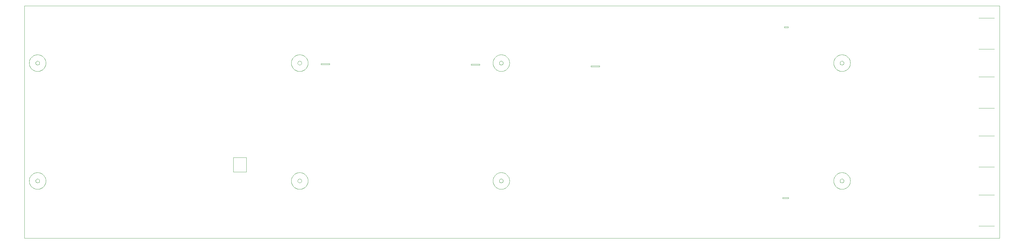
<source format=gts>
*%FSLAX23Y23*%
*%MOIN*%
G01*
D11*
X4162Y5737D02*
X15879D01*
Y8532D02*
X4162D01*
Y5737D01*
X15879D02*
Y8532D01*
D30*
X12320Y8107D02*
D03*
Y8138D02*
D03*
Y8264D02*
D03*
Y8296D02*
D03*
Y8327D02*
D03*
X12351Y8075D02*
D03*
Y8107D02*
D03*
Y8138D02*
D03*
Y8264D02*
D03*
Y8296D02*
D03*
X12383Y8107D02*
D03*
Y8138D02*
D03*
Y8264D02*
D03*
Y8296D02*
D03*
Y8327D02*
D03*
X12414Y8075D02*
D03*
Y8107D02*
D03*
Y8138D02*
D03*
Y8264D02*
D03*
Y8296D02*
D03*
X12446Y8107D02*
D03*
Y8138D02*
D03*
Y8264D02*
D03*
Y8296D02*
D03*
Y8327D02*
D03*
X12477Y8075D02*
D03*
Y8107D02*
D03*
Y8138D02*
D03*
Y8264D02*
D03*
Y8296D02*
D03*
X12509Y8075D02*
D03*
Y8107D02*
D03*
Y8138D02*
D03*
Y8264D02*
D03*
Y8296D02*
D03*
Y8327D02*
D03*
X12540Y8075D02*
D03*
Y8107D02*
D03*
Y8138D02*
D03*
Y8264D02*
D03*
Y8296D02*
D03*
Y8327D02*
D03*
X12572Y8075D02*
D03*
Y8107D02*
D03*
Y8138D02*
D03*
Y8264D02*
D03*
Y8296D02*
D03*
Y8327D02*
D03*
X12603Y8075D02*
D03*
Y8107D02*
D03*
Y8138D02*
D03*
Y8264D02*
D03*
Y8296D02*
D03*
Y8327D02*
D03*
X12635Y8075D02*
D03*
Y8107D02*
D03*
Y8138D02*
D03*
Y8264D02*
D03*
Y8296D02*
D03*
Y8327D02*
D03*
X12666Y8075D02*
D03*
Y8107D02*
D03*
Y8138D02*
D03*
Y8264D02*
D03*
Y8296D02*
D03*
Y8327D02*
D03*
X12698Y8075D02*
D03*
Y8107D02*
D03*
Y8138D02*
D03*
Y8264D02*
D03*
Y8296D02*
D03*
Y8327D02*
D03*
X12729Y8075D02*
D03*
Y8107D02*
D03*
Y8138D02*
D03*
Y8264D02*
D03*
Y8296D02*
D03*
Y8327D02*
D03*
X12761Y8138D02*
D03*
Y8107D02*
D03*
Y8075D02*
D03*
Y8264D02*
D03*
Y8296D02*
D03*
Y8327D02*
D03*
D34*
X15711Y8018D02*
D03*
Y8378D02*
D03*
X15731Y8298D02*
D03*
Y8098D02*
D03*
X15711Y7308D02*
D03*
Y7668D02*
D03*
X15731Y7588D02*
D03*
Y7388D02*
D03*
Y6880D02*
D03*
X15711Y6960D02*
D03*
X15811Y8018D02*
D03*
Y8378D02*
D03*
Y8298D02*
D03*
Y8098D02*
D03*
Y7308D02*
D03*
Y7668D02*
D03*
Y7588D02*
D03*
Y7388D02*
D03*
Y6880D02*
D03*
Y6960D02*
D03*
X15651Y8298D02*
D03*
Y8098D02*
D03*
Y7588D02*
D03*
Y7388D02*
D03*
Y6880D02*
D03*
X15731Y6680D02*
D03*
X15711Y6600D02*
D03*
X15731Y5971D02*
D03*
Y6171D02*
D03*
X15711Y6251D02*
D03*
Y5891D02*
D03*
X15811Y6680D02*
D03*
Y6600D02*
D03*
Y5971D02*
D03*
Y6171D02*
D03*
Y6251D02*
D03*
Y5891D02*
D03*
X15651Y6680D02*
D03*
Y5971D02*
D03*
Y6171D02*
D03*
X15501Y8103D02*
D03*
Y8308D02*
D03*
Y7393D02*
D03*
Y7598D02*
D03*
Y6890D02*
D03*
X15571Y8298D02*
D03*
X15611Y8018D02*
D03*
Y8378D02*
D03*
X15571Y8098D02*
D03*
Y7588D02*
D03*
X15611Y7308D02*
D03*
Y7668D02*
D03*
X15571Y7388D02*
D03*
X15611Y6960D02*
D03*
X15571Y6880D02*
D03*
X15436Y8118D02*
D03*
X15446Y8333D02*
D03*
X15436Y7408D02*
D03*
X15446Y7623D02*
D03*
Y6915D02*
D03*
X15501Y6685D02*
D03*
Y6181D02*
D03*
Y5976D02*
D03*
X15571Y6680D02*
D03*
X15611Y6600D02*
D03*
X15571Y5971D02*
D03*
X15611Y6251D02*
D03*
Y5891D02*
D03*
X15571Y6171D02*
D03*
X15436Y6700D02*
D03*
X15446Y6206D02*
D03*
X15436Y5991D02*
D03*
X15336Y8458D02*
D03*
Y7040D02*
D03*
Y7748D02*
D03*
X15321Y8168D02*
D03*
Y8373D02*
D03*
Y7458D02*
D03*
Y7663D02*
D03*
Y6955D02*
D03*
X15376Y8143D02*
D03*
X15386Y8358D02*
D03*
X15376Y7433D02*
D03*
X15386Y7648D02*
D03*
Y6940D02*
D03*
X15251Y8178D02*
D03*
Y8053D02*
D03*
Y7983D02*
D03*
Y7918D02*
D03*
Y8118D02*
D03*
Y8378D02*
D03*
Y7468D02*
D03*
Y7343D02*
D03*
Y7273D02*
D03*
Y7208D02*
D03*
Y7408D02*
D03*
Y7668D02*
D03*
Y6960D02*
D03*
X15336Y6331D02*
D03*
X15321Y6750D02*
D03*
Y6246D02*
D03*
Y6041D02*
D03*
X15376Y6725D02*
D03*
X15386Y6231D02*
D03*
X15376Y6016D02*
D03*
X15251Y6700D02*
D03*
Y6500D02*
D03*
Y6565D02*
D03*
Y6635D02*
D03*
Y6760D02*
D03*
Y6251D02*
D03*
Y5991D02*
D03*
Y5791D02*
D03*
Y5856D02*
D03*
Y5926D02*
D03*
Y6051D02*
D03*
X15121Y8378D02*
D03*
Y8178D02*
D03*
Y8118D02*
D03*
Y7918D02*
D03*
Y7668D02*
D03*
Y7468D02*
D03*
Y7408D02*
D03*
Y7208D02*
D03*
Y6960D02*
D03*
X15186Y8178D02*
D03*
Y8118D02*
D03*
Y7918D02*
D03*
Y7468D02*
D03*
Y7408D02*
D03*
Y7208D02*
D03*
X15061Y6960D02*
D03*
X15061Y8378D02*
D03*
Y8178D02*
D03*
Y8118D02*
D03*
Y7918D02*
D03*
Y7668D02*
D03*
Y7468D02*
D03*
Y7408D02*
D03*
Y7208D02*
D03*
X15121Y6500D02*
D03*
Y6700D02*
D03*
Y6760D02*
D03*
Y5791D02*
D03*
Y5991D02*
D03*
Y6051D02*
D03*
Y6251D02*
D03*
X15186Y6500D02*
D03*
Y6700D02*
D03*
Y6760D02*
D03*
Y5791D02*
D03*
Y5991D02*
D03*
Y6051D02*
D03*
X15061Y6500D02*
D03*
Y6700D02*
D03*
Y6760D02*
D03*
Y5791D02*
D03*
Y5991D02*
D03*
Y6051D02*
D03*
Y6251D02*
D03*
X14946Y8448D02*
D03*
X15026Y8423D02*
D03*
X14901Y8448D02*
D03*
X15016Y8483D02*
D03*
X14946Y7030D02*
D03*
Y7738D02*
D03*
X15016Y7773D02*
D03*
X15026Y7713D02*
D03*
X14931Y8148D02*
D03*
Y7438D02*
D03*
X14901Y7738D02*
D03*
Y7030D02*
D03*
X15001Y8178D02*
D03*
Y8378D02*
D03*
Y7918D02*
D03*
Y8118D02*
D03*
Y7668D02*
D03*
Y7208D02*
D03*
Y7408D02*
D03*
X15016Y7065D02*
D03*
X15001Y6960D02*
D03*
X15026Y7005D02*
D03*
X15001Y7468D02*
D03*
X14946Y6321D02*
D03*
X15026Y6296D02*
D03*
X14931Y6730D02*
D03*
X14901Y6321D02*
D03*
X14931Y6021D02*
D03*
X15001Y6700D02*
D03*
Y6500D02*
D03*
Y6760D02*
D03*
X15016Y6356D02*
D03*
X15001Y5991D02*
D03*
Y5791D02*
D03*
Y6251D02*
D03*
Y6051D02*
D03*
X14736Y8073D02*
D03*
Y7363D02*
D03*
X14686Y8023D02*
D03*
Y8333D02*
D03*
Y7313D02*
D03*
Y7623D02*
D03*
Y6915D02*
D03*
X14736Y6655D02*
D03*
Y5946D02*
D03*
X14686Y6605D02*
D03*
Y6206D02*
D03*
Y5896D02*
D03*
X14606Y8063D02*
D03*
X14606Y8173D02*
D03*
Y8123D02*
D03*
Y7463D02*
D03*
Y7413D02*
D03*
X14496Y8203D02*
D03*
Y8093D02*
D03*
X14496Y7493D02*
D03*
Y7383D02*
D03*
X14606Y7353D02*
D03*
X14493Y8017D02*
D03*
Y8057D02*
D03*
Y7977D02*
D03*
Y7937D02*
D03*
Y7897D02*
D03*
Y7857D02*
D03*
Y7817D02*
D03*
Y7547D02*
D03*
Y7307D02*
D03*
Y7267D02*
D03*
Y7227D02*
D03*
Y7187D02*
D03*
Y7147D02*
D03*
Y7107D02*
D03*
X14496Y8253D02*
D03*
X14464Y7002D02*
D03*
Y7705D02*
D03*
X14606Y6705D02*
D03*
Y6755D02*
D03*
Y5996D02*
D03*
Y6046D02*
D03*
X14496Y6785D02*
D03*
Y6675D02*
D03*
X14496Y5966D02*
D03*
Y6076D02*
D03*
X14606Y6645D02*
D03*
Y5936D02*
D03*
X14493Y6827D02*
D03*
Y6587D02*
D03*
Y6547D02*
D03*
Y6507D02*
D03*
Y6467D02*
D03*
Y6427D02*
D03*
Y6387D02*
D03*
Y6277D02*
D03*
Y6127D02*
D03*
Y5927D02*
D03*
Y5887D02*
D03*
Y5847D02*
D03*
Y5807D02*
D03*
Y5767D02*
D03*
X14464Y6295D02*
D03*
X14446Y8333D02*
D03*
Y7623D02*
D03*
Y6915D02*
D03*
X14451Y8203D02*
D03*
Y8093D02*
D03*
X14451Y7493D02*
D03*
Y7383D02*
D03*
X14341Y7943D02*
D03*
Y7998D02*
D03*
Y7833D02*
D03*
Y7888D02*
D03*
X14306Y8156D02*
D03*
X14352Y8185D02*
D03*
X14341Y7778D02*
D03*
X14335Y7715D02*
D03*
X14320Y7655D02*
D03*
X14388Y7377D02*
D03*
X14342Y7480D02*
D03*
X14331Y7359D02*
D03*
X14398Y8084D02*
D03*
X14399Y8199D02*
D03*
X14397Y7492D02*
D03*
X14293Y7599D02*
D03*
X14281Y7328D02*
D03*
X14288Y7461D02*
D03*
X14360Y8055D02*
D03*
X14265Y8111D02*
D03*
X14256Y7547D02*
D03*
X14446Y6206D02*
D03*
X14451Y6785D02*
D03*
Y6675D02*
D03*
X14451Y5966D02*
D03*
Y6076D02*
D03*
X14330Y6809D02*
D03*
X14341Y6688D02*
D03*
X14306Y6013D02*
D03*
X14341Y6171D02*
D03*
X14360Y6114D02*
D03*
X14352Y5984D02*
D03*
X14341Y6391D02*
D03*
Y6331D02*
D03*
Y6281D02*
D03*
Y6226D02*
D03*
X14335Y6454D02*
D03*
X14320Y6514D02*
D03*
X14387Y6791D02*
D03*
X14396Y6676D02*
D03*
X14398Y6085D02*
D03*
X14399Y5970D02*
D03*
X14287Y6707D02*
D03*
X14280Y6840D02*
D03*
X14293Y6570D02*
D03*
X14265Y6058D02*
D03*
X14256Y6622D02*
D03*
X14231Y7778D02*
D03*
X14223Y7714D02*
D03*
X14198Y7655D02*
D03*
X14158Y7604D02*
D03*
X14099Y8119D02*
D03*
X14110Y6860D02*
D03*
X14153Y6964D02*
D03*
X14106Y7564D02*
D03*
X14109Y7445D02*
D03*
X14164Y7470D02*
D03*
X14191Y7396D02*
D03*
X14154Y7204D02*
D03*
X14111Y7308D02*
D03*
X14239Y6884D02*
D03*
X14200Y6928D02*
D03*
X14231Y7943D02*
D03*
Y7998D02*
D03*
Y7833D02*
D03*
Y7888D02*
D03*
X14239Y8057D02*
D03*
X14213Y7505D02*
D03*
X14240Y7285D02*
D03*
X14238Y7432D02*
D03*
X14201Y7240D02*
D03*
X14103Y6993D02*
D03*
X14104Y7175D02*
D03*
X14152Y7352D02*
D03*
X14060Y6891D02*
D03*
X14061Y7277D02*
D03*
X14151Y6817D02*
D03*
X14106Y6605D02*
D03*
X14109Y6724D02*
D03*
X14164Y6699D02*
D03*
X14158Y6565D02*
D03*
X14190Y6772D02*
D03*
X14237Y6736D02*
D03*
X14231Y6171D02*
D03*
X14239Y6112D02*
D03*
X14231Y6391D02*
D03*
Y6331D02*
D03*
Y6281D02*
D03*
Y6226D02*
D03*
X14213Y6664D02*
D03*
X14223Y6455D02*
D03*
X14198Y6514D02*
D03*
X14010Y8210D02*
D03*
X13991Y7423D02*
D03*
X13931D02*
D03*
X13991Y7533D02*
D03*
X13931D02*
D03*
Y7253D02*
D03*
Y7143D02*
D03*
X13991Y7144D02*
D03*
X13931Y7025D02*
D03*
Y6915D02*
D03*
X13988Y7024D02*
D03*
X13995Y6912D02*
D03*
X14052Y7428D02*
D03*
X14050Y7156D02*
D03*
X13997Y7257D02*
D03*
X14047Y7013D02*
D03*
X14050Y7541D02*
D03*
X13870Y7025D02*
D03*
Y6915D02*
D03*
X13871Y7533D02*
D03*
Y7423D02*
D03*
X13870Y7253D02*
D03*
Y7143D02*
D03*
X13879Y7965D02*
D03*
X13933Y6130D02*
D03*
X13991Y6746D02*
D03*
X13931D02*
D03*
X13991Y6636D02*
D03*
X13931D02*
D03*
X14050Y6628D02*
D03*
X14052Y6741D02*
D03*
X13973Y6131D02*
D03*
X14002Y5987D02*
D03*
X13871Y6636D02*
D03*
Y6746D02*
D03*
X13810Y8209D02*
D03*
X13851Y8061D02*
D03*
X13803Y8063D02*
D03*
X13739Y7691D02*
D03*
X13672Y7888D02*
D03*
X13702Y6030D02*
D03*
X13802Y6015D02*
D03*
X13800Y6295D02*
D03*
X13749Y6155D02*
D03*
X13838Y6542D02*
D03*
X13639Y8133D02*
D03*
X13497Y8168D02*
D03*
X13485Y8373D02*
D03*
Y8239D02*
D03*
Y8306D02*
D03*
X13558Y7762D02*
D03*
X13639Y7798D02*
D03*
X13548Y5790D02*
D03*
Y5857D02*
D03*
Y5924D02*
D03*
X13560Y5995D02*
D03*
X13556Y6066D02*
D03*
Y6136D02*
D03*
Y6211D02*
D03*
Y6282D02*
D03*
X13563Y6423D02*
D03*
X13493Y5770D02*
D03*
X13554Y6347D02*
D03*
X13316Y8136D02*
D03*
X13454Y7861D02*
D03*
X13343Y6018D02*
D03*
X13225Y8034D02*
D03*
X13158Y7869D02*
D03*
X13151Y7786D02*
D03*
X13158Y5814D02*
D03*
X13237Y5904D02*
D03*
X13127Y6286D02*
D03*
X13095D02*
D03*
X13009Y6077D02*
D03*
X12989Y6416D02*
D03*
X12946Y5873D02*
D03*
Y5912D02*
D03*
X13009Y6207D02*
D03*
X13032Y6227D02*
D03*
X13056Y6247D02*
D03*
X13060Y6286D02*
D03*
X12938Y6148D02*
D03*
X12962Y6168D02*
D03*
X12985Y6188D02*
D03*
X12918Y5932D02*
D03*
Y5892D02*
D03*
X12914Y6129D02*
D03*
X12891Y6109D02*
D03*
X12942Y6077D02*
D03*
X13007Y5873D02*
D03*
X12790Y8497D02*
D03*
X12716D02*
D03*
X12780Y7914D02*
D03*
X12780Y7849D02*
D03*
X12847Y5814D02*
D03*
Y5853D02*
D03*
Y5991D02*
D03*
Y6030D02*
D03*
X12824Y5833D02*
D03*
Y5794D02*
D03*
Y6010D02*
D03*
X12710Y6266D02*
D03*
X12826Y5971D02*
D03*
X12871Y6054D02*
D03*
X12678Y8420D02*
D03*
X12664Y8489D02*
D03*
X12603Y8016D02*
D03*
X12631Y7914D02*
D03*
Y7851D02*
D03*
X12497Y7914D02*
D03*
Y7851D02*
D03*
X12662Y6109D02*
D03*
X12682Y6286D02*
D03*
X12643Y5892D02*
D03*
X12662Y6070D02*
D03*
Y6148D02*
D03*
Y6188D02*
D03*
X12686Y6247D02*
D03*
X12662Y6227D02*
D03*
X12666Y6030D02*
D03*
X12643Y6010D02*
D03*
X12619Y5991D02*
D03*
X12595Y5971D02*
D03*
X12572Y5951D02*
D03*
X12548Y5932D02*
D03*
X12619Y5873D02*
D03*
X12595Y5853D02*
D03*
X12572Y5833D02*
D03*
X12548Y5814D02*
D03*
X12690Y6050D02*
D03*
Y6089D02*
D03*
Y6129D02*
D03*
Y6168D02*
D03*
Y6207D02*
D03*
X12525Y5912D02*
D03*
X12521Y5794D02*
D03*
X12361Y8489D02*
D03*
X12412Y7975D02*
D03*
X12477Y8016D02*
D03*
X12363Y7125D02*
D03*
X12324Y7794D02*
D03*
X12403Y6404D02*
D03*
X12332D02*
D03*
X12296Y7955D02*
D03*
X12229Y8408D02*
D03*
X12151Y7125D02*
D03*
X12265Y7794D02*
D03*
X12127Y7144D02*
D03*
X12078Y8473D02*
D03*
X12078Y8408D02*
D03*
Y8333D02*
D03*
X11997Y7396D02*
D03*
X12056Y7333D02*
D03*
X11922Y7172D02*
D03*
X11942Y5904D02*
D03*
X11938Y6321D02*
D03*
X11942Y5987D02*
D03*
X11954Y6140D02*
D03*
X12074Y6097D02*
D03*
X11749Y6853D02*
D03*
X11769Y7038D02*
D03*
X11765Y7073D02*
D03*
X11773Y6999D02*
D03*
X11780Y6959D02*
D03*
X11761Y7355D02*
D03*
Y7288D02*
D03*
Y7319D02*
D03*
X11823Y6109D02*
D03*
X11800Y6790D02*
D03*
X11863Y6117D02*
D03*
X11899Y6384D02*
D03*
X11832Y5849D02*
D03*
Y5947D02*
D03*
X11859Y6156D02*
D03*
X11903Y6093D02*
D03*
X11867Y5932D02*
D03*
X11800Y6321D02*
D03*
X11832Y6833D02*
D03*
X11560Y7314D02*
D03*
X11674Y7345D02*
D03*
X11566Y7465D02*
D03*
X11567Y6983D02*
D03*
X11710Y5896D02*
D03*
X11609Y5901D02*
D03*
X11710Y6010D02*
D03*
X11556Y6798D02*
D03*
X11712Y5814D02*
D03*
X11559Y6219D02*
D03*
X11584Y6687D02*
D03*
X11591Y6718D02*
D03*
X11521Y6845D02*
D03*
Y6719D02*
D03*
X11609Y5952D02*
D03*
X11509Y6688D02*
D03*
X11442Y6904D02*
D03*
Y7396D02*
D03*
X11332Y7755D02*
D03*
X11485Y5987D02*
D03*
X11261Y7755D02*
D03*
X11261Y7951D02*
D03*
X11162Y6908D02*
D03*
Y7384D02*
D03*
X11214Y7251D02*
D03*
X11237Y7353D02*
D03*
Y7278D02*
D03*
X11265Y7247D02*
D03*
X11237Y6896D02*
D03*
X11162Y7302D02*
D03*
X11308Y7467D02*
D03*
Y6983D02*
D03*
X11135Y7384D02*
D03*
Y6908D02*
D03*
X11214Y6774D02*
D03*
X11162Y6821D02*
D03*
X11237Y6798D02*
D03*
X11265Y6774D02*
D03*
X10962Y8085D02*
D03*
X11110Y8044D02*
D03*
X11123Y7251D02*
D03*
X11029Y7321D02*
D03*
X11111Y7042D02*
D03*
X11111Y7519D02*
D03*
X10996Y7219D02*
D03*
X11032Y6865D02*
D03*
X11119Y7101D02*
D03*
X11111Y7566D02*
D03*
X11056Y6067D02*
D03*
X11048Y6188D02*
D03*
X10996Y6761D02*
D03*
X11123Y6774D02*
D03*
X11083Y6219D02*
D03*
X10944Y5833D02*
D03*
X10934Y5901D02*
D03*
X10808Y7066D02*
D03*
X10800Y6991D02*
D03*
X10804Y6928D02*
D03*
X10769Y7290D02*
D03*
Y6833D02*
D03*
X10229Y7105D02*
D03*
X10190Y6963D02*
D03*
X10151D02*
D03*
X10165Y5942D02*
D03*
X10032Y6963D02*
D03*
X9993D02*
D03*
X10111Y6963D02*
D03*
X10072Y6963D02*
D03*
X9954Y7105D02*
D03*
X9836Y6963D02*
D03*
X9796D02*
D03*
X9914D02*
D03*
X9875D02*
D03*
X9757Y6963D02*
D03*
X9651Y8174D02*
D03*
X9580Y7966D02*
D03*
X9678Y7105D02*
D03*
X9639Y6963D02*
D03*
X9599Y6963D02*
D03*
X9717Y6963D02*
D03*
X9560D02*
D03*
X9560Y6286D02*
D03*
X9674Y6570D02*
D03*
X9717Y6278D02*
D03*
Y6215D02*
D03*
X9717Y6247D02*
D03*
X9717Y6341D02*
D03*
X9674Y6644D02*
D03*
X9717Y6381D02*
D03*
X9717Y6310D02*
D03*
X9563Y6212D02*
D03*
Y6180D02*
D03*
Y6243D02*
D03*
X9509Y8174D02*
D03*
X9403Y7105D02*
D03*
X9481Y6963D02*
D03*
X9442D02*
D03*
X9521D02*
D03*
X9414Y6391D02*
D03*
X9544Y6081D02*
D03*
X9511D02*
D03*
X9481D02*
D03*
X9447D02*
D03*
X9417D02*
D03*
X9446Y6191D02*
D03*
X9478Y6413D02*
D03*
X9383Y6414D02*
D03*
X9385Y6081D02*
D03*
X9369Y6702D02*
D03*
X9206Y7105D02*
D03*
X9284Y6963D02*
D03*
X9245D02*
D03*
X9324D02*
D03*
X9363Y6963D02*
D03*
X9221Y6272D02*
D03*
X9222Y6177D02*
D03*
X9221Y6336D02*
D03*
X9311Y6366D02*
D03*
X9336Y6182D02*
D03*
X9323Y6071D02*
D03*
X9268Y6095D02*
D03*
X9088Y7105D02*
D03*
X9127Y6975D02*
D03*
X9166D02*
D03*
X9162Y6236D02*
D03*
X8949Y5948D02*
D03*
X8143Y6066D02*
D03*
X7849Y8183D02*
D03*
X7778Y7977D02*
D03*
X7687Y8183D02*
D03*
X6445Y6323D02*
D03*
X6270Y6793D02*
D03*
X6362Y6671D02*
D03*
X6210Y6262D02*
D03*
X5561Y7916D02*
D03*
X5321Y7415D02*
D03*
X5294Y6917D02*
D03*
X5266Y6994D02*
D03*
X5155Y7389D02*
D03*
X5242Y6944D02*
D03*
X5187Y6969D02*
D03*
X5218Y7021D02*
D03*
X5116Y6892D02*
D03*
X5072Y7439D02*
D03*
X4990Y7912D02*
D03*
X5039Y7465D02*
D03*
Y7495D02*
D03*
X5038Y7235D02*
D03*
X5039Y7046D02*
D03*
Y7098D02*
D03*
Y6816D02*
D03*
X4748Y7235D02*
D03*
X4853Y7474D02*
D03*
X4845Y8003D02*
D03*
X4846Y7863D02*
D03*
X4751Y6816D02*
D03*
X4614Y7100D02*
D03*
X4579Y7415D02*
D03*
X4592Y7896D02*
D03*
D35*
X13521Y7696D02*
D03*
X13481D02*
D03*
X13442D02*
D03*
X13403D02*
D03*
X13363Y7696D02*
D03*
X13324D02*
D03*
X13284D02*
D03*
X13245D02*
D03*
X13206D02*
D03*
X13166D02*
D03*
X13127D02*
D03*
X13088D02*
D03*
X13048D02*
D03*
X13009D02*
D03*
X12969D02*
D03*
X12930D02*
D03*
X12891D02*
D03*
X12851D02*
D03*
X12812D02*
D03*
X12773D02*
D03*
X12733D02*
D03*
X12694D02*
D03*
X12654D02*
D03*
X12615D02*
D03*
X13560Y7656D02*
D03*
X13521Y7656D02*
D03*
X13481D02*
D03*
X13442D02*
D03*
X13403D02*
D03*
X13363Y7656D02*
D03*
X13324D02*
D03*
X13284D02*
D03*
X13245D02*
D03*
X13206D02*
D03*
X13166D02*
D03*
X13127D02*
D03*
X13088D02*
D03*
X13048D02*
D03*
X13009D02*
D03*
X12969D02*
D03*
X12930D02*
D03*
X12891D02*
D03*
X12851D02*
D03*
X12812D02*
D03*
X12773D02*
D03*
X12733D02*
D03*
X12694D02*
D03*
X12654D02*
D03*
X12615D02*
D03*
X12576D02*
D03*
X13560Y7617D02*
D03*
X13521Y7617D02*
D03*
X13481D02*
D03*
X13442D02*
D03*
X13403D02*
D03*
X13363Y7617D02*
D03*
X13324D02*
D03*
X13284D02*
D03*
X13245D02*
D03*
X13206D02*
D03*
X13166D02*
D03*
X13127D02*
D03*
X13088D02*
D03*
X13048D02*
D03*
X13009D02*
D03*
X12969D02*
D03*
X12930D02*
D03*
X12891D02*
D03*
X12851D02*
D03*
X12812D02*
D03*
X12773D02*
D03*
X12733D02*
D03*
X12694D02*
D03*
X12654D02*
D03*
X12615D02*
D03*
X12576D02*
D03*
X13560Y7577D02*
D03*
X13521Y7577D02*
D03*
X13481D02*
D03*
X13442D02*
D03*
X13403D02*
D03*
X13363Y7577D02*
D03*
X13324D02*
D03*
X13284D02*
D03*
X13245D02*
D03*
X13206D02*
D03*
X13166D02*
D03*
X13127D02*
D03*
X13088D02*
D03*
X13048D02*
D03*
X13009D02*
D03*
X12969D02*
D03*
X12930D02*
D03*
X12891D02*
D03*
X12851D02*
D03*
X12812D02*
D03*
X12773D02*
D03*
X12733D02*
D03*
X12694D02*
D03*
X12654D02*
D03*
X12615D02*
D03*
X12576D02*
D03*
X13560Y7538D02*
D03*
X13521Y7538D02*
D03*
X13481D02*
D03*
X13442D02*
D03*
X13403D02*
D03*
X13363Y7538D02*
D03*
X13324D02*
D03*
X13284D02*
D03*
X13245D02*
D03*
X13206D02*
D03*
X13166D02*
D03*
X13127D02*
D03*
X13088D02*
D03*
X13048D02*
D03*
X13009D02*
D03*
X12969D02*
D03*
X12930D02*
D03*
X12891D02*
D03*
X12851D02*
D03*
X12812D02*
D03*
X12773D02*
D03*
X12733D02*
D03*
X12694D02*
D03*
X12654D02*
D03*
X12615D02*
D03*
X12576D02*
D03*
X13560Y7499D02*
D03*
X13521Y7499D02*
D03*
X13481D02*
D03*
X13442D02*
D03*
X13403D02*
D03*
X13363Y7499D02*
D03*
X13324D02*
D03*
X13284D02*
D03*
X13245D02*
D03*
X13206D02*
D03*
X13166D02*
D03*
X13127D02*
D03*
X13088D02*
D03*
X13048D02*
D03*
X13009D02*
D03*
X12969D02*
D03*
X12930D02*
D03*
X12891D02*
D03*
X12851D02*
D03*
X12733D02*
D03*
X12812D02*
D03*
X12773D02*
D03*
X12694D02*
D03*
X12654D02*
D03*
X12615D02*
D03*
X12576D02*
D03*
X13560Y7459D02*
D03*
X13521Y7459D02*
D03*
X13481D02*
D03*
X13442D02*
D03*
X13403D02*
D03*
X13363Y7459D02*
D03*
X13324D02*
D03*
X13284D02*
D03*
X13245D02*
D03*
X13206D02*
D03*
X13166D02*
D03*
X13127D02*
D03*
X13088D02*
D03*
X13048D02*
D03*
X13009D02*
D03*
X12969D02*
D03*
X12930D02*
D03*
X12891D02*
D03*
X12851D02*
D03*
X12812D02*
D03*
X12773D02*
D03*
X12733D02*
D03*
X12694D02*
D03*
X12654D02*
D03*
X12615D02*
D03*
X12576D02*
D03*
X13560Y7420D02*
D03*
X13521Y7420D02*
D03*
X13481D02*
D03*
X13442D02*
D03*
X13403D02*
D03*
X13363Y7420D02*
D03*
X13324D02*
D03*
X13284D02*
D03*
X13245D02*
D03*
X13206D02*
D03*
X13166D02*
D03*
X13127D02*
D03*
X13088D02*
D03*
X13048D02*
D03*
X13009D02*
D03*
X12969D02*
D03*
X12930D02*
D03*
X12891D02*
D03*
X12812D02*
D03*
X12851D02*
D03*
X12773D02*
D03*
X12733D02*
D03*
X12694D02*
D03*
X12654D02*
D03*
X12615D02*
D03*
X12576D02*
D03*
X13560Y7381D02*
D03*
X13521Y7381D02*
D03*
X13481D02*
D03*
X13442D02*
D03*
X13403D02*
D03*
X13363Y7381D02*
D03*
X13324D02*
D03*
X13284D02*
D03*
X13245D02*
D03*
X13206D02*
D03*
X13166D02*
D03*
X13127D02*
D03*
X13088D02*
D03*
X13048D02*
D03*
X13009D02*
D03*
X12969D02*
D03*
X12930D02*
D03*
X12891D02*
D03*
X12851D02*
D03*
X12812D02*
D03*
X12773D02*
D03*
X12733D02*
D03*
X12694D02*
D03*
X12654D02*
D03*
X12615D02*
D03*
X12576D02*
D03*
X13166Y7341D02*
D03*
X13127D02*
D03*
X13088D02*
D03*
X13048D02*
D03*
X13009D02*
D03*
X12969D02*
D03*
X12930D02*
D03*
X12891D02*
D03*
X12851D02*
D03*
X12812D02*
D03*
X12773D02*
D03*
X12733D02*
D03*
X12694D02*
D03*
X12654D02*
D03*
X12615D02*
D03*
X12576D02*
D03*
X13560D02*
D03*
X13521Y7341D02*
D03*
X13481D02*
D03*
X13403D02*
D03*
X13442D02*
D03*
X13363Y7341D02*
D03*
X13324D02*
D03*
X13284D02*
D03*
X13245D02*
D03*
X13206D02*
D03*
X13560Y7302D02*
D03*
X13521Y7302D02*
D03*
X13481D02*
D03*
X13442D02*
D03*
X13403D02*
D03*
X13363Y7302D02*
D03*
X13324D02*
D03*
X13284D02*
D03*
X13245D02*
D03*
X13206D02*
D03*
X13166D02*
D03*
X13127D02*
D03*
X13088D02*
D03*
X13048D02*
D03*
X13009D02*
D03*
X12969D02*
D03*
X12930D02*
D03*
X12891D02*
D03*
X12851D02*
D03*
X12812D02*
D03*
X12773D02*
D03*
X12733D02*
D03*
X12694D02*
D03*
X12654D02*
D03*
X12615D02*
D03*
X12576D02*
D03*
Y7262D02*
D03*
X12615D02*
D03*
X12654D02*
D03*
X12694D02*
D03*
X12733D02*
D03*
X12773D02*
D03*
X12812D02*
D03*
X12851D02*
D03*
X12891D02*
D03*
X12930D02*
D03*
X12969D02*
D03*
X13009D02*
D03*
X13048D02*
D03*
X13088D02*
D03*
X13127D02*
D03*
X13166D02*
D03*
X13206D02*
D03*
X13245D02*
D03*
X13284D02*
D03*
X13324D02*
D03*
X13363D02*
D03*
X13403Y7262D02*
D03*
X13442D02*
D03*
X13481D02*
D03*
X13560Y7262D02*
D03*
X13521Y7262D02*
D03*
X13560Y7223D02*
D03*
X13521Y7223D02*
D03*
X13481D02*
D03*
X13442D02*
D03*
X13403D02*
D03*
X13363Y7223D02*
D03*
X13324D02*
D03*
X13284D02*
D03*
X13245D02*
D03*
X13206D02*
D03*
X13166D02*
D03*
X13127D02*
D03*
X13088D02*
D03*
X13048D02*
D03*
X13009D02*
D03*
X12969D02*
D03*
X12930D02*
D03*
X12891D02*
D03*
X12851D02*
D03*
X12812D02*
D03*
X12773D02*
D03*
X12733D02*
D03*
X12694D02*
D03*
X12654D02*
D03*
X12615D02*
D03*
X12576D02*
D03*
Y7184D02*
D03*
X12615D02*
D03*
X12654D02*
D03*
X12694D02*
D03*
X12733D02*
D03*
X12773D02*
D03*
X12812D02*
D03*
X12851D02*
D03*
X12891D02*
D03*
X12930D02*
D03*
X12969D02*
D03*
X13009D02*
D03*
X13048D02*
D03*
X13088D02*
D03*
X13127D02*
D03*
X13166D02*
D03*
X13206D02*
D03*
X13245D02*
D03*
X13284D02*
D03*
X13324D02*
D03*
X13363D02*
D03*
X13403Y7184D02*
D03*
X13442D02*
D03*
X13481D02*
D03*
X13521D02*
D03*
X13560Y7184D02*
D03*
Y7144D02*
D03*
X13521Y7144D02*
D03*
X13481D02*
D03*
X13442D02*
D03*
X13403D02*
D03*
X13363Y7144D02*
D03*
X13324D02*
D03*
X13284D02*
D03*
X13245D02*
D03*
X13206D02*
D03*
X13166D02*
D03*
X13127D02*
D03*
X13088D02*
D03*
X13048D02*
D03*
X13009D02*
D03*
X12969D02*
D03*
X12930D02*
D03*
X12891D02*
D03*
X12851D02*
D03*
X12812D02*
D03*
X12773D02*
D03*
X12733D02*
D03*
X12694D02*
D03*
X12654D02*
D03*
X12615D02*
D03*
X12576D02*
D03*
Y7105D02*
D03*
X12615D02*
D03*
X12654D02*
D03*
X12694D02*
D03*
X12733D02*
D03*
X12773D02*
D03*
X12812D02*
D03*
X12851D02*
D03*
X12891D02*
D03*
X12930D02*
D03*
X13009D02*
D03*
X13048D02*
D03*
X13088D02*
D03*
X13127D02*
D03*
X13166D02*
D03*
X13206D02*
D03*
X13245D02*
D03*
X13284D02*
D03*
X13324D02*
D03*
X13363D02*
D03*
X13403Y7105D02*
D03*
X13442D02*
D03*
X13481D02*
D03*
X13521D02*
D03*
X13560Y7105D02*
D03*
Y7066D02*
D03*
X13521Y7066D02*
D03*
X13481D02*
D03*
X13442D02*
D03*
X13403D02*
D03*
X13363Y7066D02*
D03*
X13324D02*
D03*
X13284D02*
D03*
X13245D02*
D03*
X13206D02*
D03*
X13166D02*
D03*
X13127D02*
D03*
X13088D02*
D03*
X13048D02*
D03*
X13009D02*
D03*
X12969D02*
D03*
X12930D02*
D03*
X12891D02*
D03*
X12851D02*
D03*
X12812D02*
D03*
X12773D02*
D03*
X12733D02*
D03*
X12694D02*
D03*
X12654D02*
D03*
X12615D02*
D03*
X12576D02*
D03*
Y7026D02*
D03*
X12615D02*
D03*
X12654D02*
D03*
X12694D02*
D03*
X12733D02*
D03*
X12773D02*
D03*
X12812D02*
D03*
X12851D02*
D03*
X12891D02*
D03*
X12930D02*
D03*
X12969D02*
D03*
X13009D02*
D03*
X13048D02*
D03*
X13088D02*
D03*
X13127D02*
D03*
X13166D02*
D03*
X13206D02*
D03*
X13245D02*
D03*
X13284D02*
D03*
X13324D02*
D03*
X13363D02*
D03*
X13403Y7026D02*
D03*
X13442D02*
D03*
X13481D02*
D03*
X13521D02*
D03*
X13560Y7026D02*
D03*
Y6987D02*
D03*
X13521Y6987D02*
D03*
X13481D02*
D03*
X13442D02*
D03*
X13403D02*
D03*
X13363Y6987D02*
D03*
X13324D02*
D03*
X13284D02*
D03*
X13245D02*
D03*
X13206D02*
D03*
X13166D02*
D03*
X13127D02*
D03*
X13088D02*
D03*
X13048D02*
D03*
X13009D02*
D03*
X12969D02*
D03*
X12930D02*
D03*
X12891D02*
D03*
X12851D02*
D03*
X12812D02*
D03*
X12773D02*
D03*
X12733D02*
D03*
X12694D02*
D03*
X12654D02*
D03*
X12615D02*
D03*
X12576D02*
D03*
Y6947D02*
D03*
X12615D02*
D03*
X12654D02*
D03*
X12694D02*
D03*
X12733D02*
D03*
X12773D02*
D03*
X12812D02*
D03*
X12851D02*
D03*
X12891D02*
D03*
X12930D02*
D03*
X12969D02*
D03*
X13009D02*
D03*
X13048D02*
D03*
X13088D02*
D03*
X13127D02*
D03*
X13166D02*
D03*
X13560D02*
D03*
X13521Y6947D02*
D03*
X13481D02*
D03*
X13442D02*
D03*
X13403D02*
D03*
X13363Y6947D02*
D03*
X13324D02*
D03*
X13284D02*
D03*
X13245D02*
D03*
X13206D02*
D03*
X13560Y6908D02*
D03*
X13521Y6908D02*
D03*
X13481D02*
D03*
X13442D02*
D03*
X13403D02*
D03*
X13363Y6908D02*
D03*
X13324D02*
D03*
X13284D02*
D03*
X13245D02*
D03*
X13206D02*
D03*
X13166D02*
D03*
X13127D02*
D03*
X13088D02*
D03*
X13048D02*
D03*
X13009D02*
D03*
X12969D02*
D03*
X12930D02*
D03*
X12891D02*
D03*
X12851D02*
D03*
X12812D02*
D03*
X12773D02*
D03*
X12733D02*
D03*
X12694D02*
D03*
X12654D02*
D03*
X12615D02*
D03*
X12576D02*
D03*
Y6869D02*
D03*
X12615D02*
D03*
X12654D02*
D03*
X12694D02*
D03*
X12733D02*
D03*
X12773D02*
D03*
X12812D02*
D03*
X12851D02*
D03*
X12891D02*
D03*
X12930D02*
D03*
X12969D02*
D03*
X13009D02*
D03*
X13048D02*
D03*
X13088D02*
D03*
X13127D02*
D03*
X13166D02*
D03*
X13206D02*
D03*
X13245D02*
D03*
X13284D02*
D03*
X13324D02*
D03*
X13363D02*
D03*
X13403Y6869D02*
D03*
X13442D02*
D03*
X13481D02*
D03*
X13560Y6869D02*
D03*
X13521Y6869D02*
D03*
X13560Y6829D02*
D03*
X13521Y6829D02*
D03*
X13481D02*
D03*
X13442D02*
D03*
X13403D02*
D03*
X13363Y6829D02*
D03*
X13324D02*
D03*
X13284D02*
D03*
X13245D02*
D03*
X13206D02*
D03*
X13166D02*
D03*
X13127D02*
D03*
X13088D02*
D03*
X13048D02*
D03*
X13009D02*
D03*
X12969D02*
D03*
X12930D02*
D03*
X12891D02*
D03*
X12851D02*
D03*
X12812D02*
D03*
X12773D02*
D03*
X12733D02*
D03*
X12694D02*
D03*
X12654D02*
D03*
X12615D02*
D03*
X12576D02*
D03*
Y6790D02*
D03*
X12615D02*
D03*
X12654D02*
D03*
X12694D02*
D03*
X12733D02*
D03*
X12773D02*
D03*
X12812D02*
D03*
X12851D02*
D03*
X12891D02*
D03*
X12930D02*
D03*
X12969D02*
D03*
X13009D02*
D03*
X13048D02*
D03*
X13088D02*
D03*
X13127D02*
D03*
X13166D02*
D03*
X13206D02*
D03*
X13245D02*
D03*
X13284D02*
D03*
X13324D02*
D03*
X13363D02*
D03*
X13403Y6790D02*
D03*
X13442D02*
D03*
X13481D02*
D03*
X13521D02*
D03*
X13560Y6790D02*
D03*
Y6751D02*
D03*
X13521Y6751D02*
D03*
X13481D02*
D03*
X13442D02*
D03*
X13403D02*
D03*
X13363Y6751D02*
D03*
X13324D02*
D03*
X13284D02*
D03*
X13245D02*
D03*
X13206D02*
D03*
X13166D02*
D03*
X13127D02*
D03*
X13088D02*
D03*
X13048D02*
D03*
X13009D02*
D03*
X12969D02*
D03*
X12930D02*
D03*
X12891D02*
D03*
X12851D02*
D03*
X12812D02*
D03*
X12773D02*
D03*
X12733D02*
D03*
X12694D02*
D03*
X12654D02*
D03*
X12615D02*
D03*
X12576D02*
D03*
X12615Y6711D02*
D03*
X12654D02*
D03*
X12694D02*
D03*
X12733D02*
D03*
X12773D02*
D03*
X12812D02*
D03*
X12851D02*
D03*
X12891D02*
D03*
X12930D02*
D03*
X12969D02*
D03*
X13009D02*
D03*
X13048D02*
D03*
X13088D02*
D03*
X13127D02*
D03*
X13166D02*
D03*
X13206D02*
D03*
X13245D02*
D03*
X13284D02*
D03*
X13324D02*
D03*
X13363D02*
D03*
X13403Y6711D02*
D03*
X12969Y7105D02*
D03*
X13442Y6711D02*
D03*
X13481D02*
D03*
X13521D02*
D03*
X12576Y7696D02*
D03*
X12536D02*
D03*
X12497D02*
D03*
X12458D02*
D03*
X12536Y7656D02*
D03*
X12497D02*
D03*
X12458D02*
D03*
X12418D02*
D03*
X13560Y6711D02*
D03*
Y6672D02*
D03*
Y6633D02*
D03*
Y6593D02*
D03*
X13521Y6672D02*
D03*
Y6633D02*
D03*
Y6593D02*
D03*
Y6554D02*
D03*
X13481Y6672D02*
D03*
Y6633D02*
D03*
Y6593D02*
D03*
Y6554D02*
D03*
X13442Y6672D02*
D03*
Y6633D02*
D03*
Y6593D02*
D03*
Y6554D02*
D03*
X13403Y6672D02*
D03*
Y6633D02*
D03*
Y6593D02*
D03*
Y6554D02*
D03*
X13363Y6672D02*
D03*
Y6633D02*
D03*
Y6593D02*
D03*
Y6554D02*
D03*
X13324Y6672D02*
D03*
Y6633D02*
D03*
Y6593D02*
D03*
Y6554D02*
D03*
X13284Y6672D02*
D03*
Y6633D02*
D03*
Y6593D02*
D03*
Y6554D02*
D03*
X13245Y6672D02*
D03*
Y6633D02*
D03*
Y6593D02*
D03*
Y6554D02*
D03*
X13206Y6672D02*
D03*
Y6633D02*
D03*
Y6593D02*
D03*
Y6554D02*
D03*
X13166Y6672D02*
D03*
Y6633D02*
D03*
Y6593D02*
D03*
Y6554D02*
D03*
X13127Y6672D02*
D03*
Y6633D02*
D03*
Y6593D02*
D03*
Y6554D02*
D03*
X13088Y6672D02*
D03*
Y6633D02*
D03*
Y6593D02*
D03*
Y6554D02*
D03*
X13048Y6672D02*
D03*
Y6633D02*
D03*
Y6593D02*
D03*
Y6554D02*
D03*
X13009Y6672D02*
D03*
Y6593D02*
D03*
Y6554D02*
D03*
X12969Y6672D02*
D03*
X13009Y6633D02*
D03*
X12969D02*
D03*
Y6593D02*
D03*
Y6554D02*
D03*
X12930Y6672D02*
D03*
Y6633D02*
D03*
Y6593D02*
D03*
Y6554D02*
D03*
X12891Y6672D02*
D03*
Y6633D02*
D03*
Y6593D02*
D03*
Y6554D02*
D03*
X12851Y6672D02*
D03*
Y6633D02*
D03*
Y6593D02*
D03*
Y6554D02*
D03*
X12812Y6672D02*
D03*
Y6633D02*
D03*
Y6593D02*
D03*
Y6554D02*
D03*
X12773Y6672D02*
D03*
Y6633D02*
D03*
Y6593D02*
D03*
Y6554D02*
D03*
X12733Y6672D02*
D03*
Y6633D02*
D03*
Y6593D02*
D03*
Y6554D02*
D03*
X12694Y6672D02*
D03*
Y6633D02*
D03*
Y6593D02*
D03*
Y6554D02*
D03*
X12654Y6672D02*
D03*
Y6633D02*
D03*
Y6593D02*
D03*
Y6554D02*
D03*
X12615Y6672D02*
D03*
Y6633D02*
D03*
Y6593D02*
D03*
Y6554D02*
D03*
X12576Y6672D02*
D03*
Y6633D02*
D03*
Y6593D02*
D03*
Y6554D02*
D03*
X12536Y6672D02*
D03*
Y6633D02*
D03*
Y6593D02*
D03*
Y6554D02*
D03*
X12497Y6672D02*
D03*
Y6633D02*
D03*
Y6593D02*
D03*
Y6554D02*
D03*
X12458Y6672D02*
D03*
Y6633D02*
D03*
Y6593D02*
D03*
Y6554D02*
D03*
X12418Y6672D02*
D03*
Y6633D02*
D03*
Y6593D02*
D03*
X12536Y7617D02*
D03*
Y7577D02*
D03*
Y7538D02*
D03*
Y7499D02*
D03*
Y7459D02*
D03*
Y7420D02*
D03*
Y7381D02*
D03*
Y7341D02*
D03*
Y7302D02*
D03*
X12497Y7617D02*
D03*
Y7577D02*
D03*
Y7538D02*
D03*
Y7499D02*
D03*
Y7459D02*
D03*
Y7420D02*
D03*
Y7381D02*
D03*
Y7341D02*
D03*
Y7302D02*
D03*
X12458Y7617D02*
D03*
Y7577D02*
D03*
Y7538D02*
D03*
Y7499D02*
D03*
Y7459D02*
D03*
Y7420D02*
D03*
Y7381D02*
D03*
Y7341D02*
D03*
Y7302D02*
D03*
X12418Y7617D02*
D03*
Y7577D02*
D03*
Y7538D02*
D03*
Y7499D02*
D03*
Y7459D02*
D03*
Y7420D02*
D03*
Y7381D02*
D03*
Y7341D02*
D03*
Y7302D02*
D03*
X12536Y7262D02*
D03*
X12497D02*
D03*
X12458D02*
D03*
X12418D02*
D03*
X12536Y7223D02*
D03*
X12497D02*
D03*
X12458D02*
D03*
X12418D02*
D03*
X12536Y7184D02*
D03*
X12497D02*
D03*
X12458D02*
D03*
X12418D02*
D03*
X12536Y7144D02*
D03*
X12497D02*
D03*
X12458D02*
D03*
X12418D02*
D03*
X12497Y7105D02*
D03*
X12536D02*
D03*
X12458D02*
D03*
X12418D02*
D03*
X12536Y7066D02*
D03*
X12497D02*
D03*
X12458D02*
D03*
X12418D02*
D03*
X12536Y7026D02*
D03*
X12497D02*
D03*
X12458D02*
D03*
X12418D02*
D03*
X12536Y6987D02*
D03*
X12497D02*
D03*
X12458D02*
D03*
X12418D02*
D03*
X12536Y6947D02*
D03*
X12497D02*
D03*
X12458D02*
D03*
X12418D02*
D03*
X12536Y6908D02*
D03*
X12497D02*
D03*
X12458D02*
D03*
X12418D02*
D03*
X12536Y6869D02*
D03*
X12497D02*
D03*
X12458D02*
D03*
X12418D02*
D03*
X12536Y6829D02*
D03*
X12497D02*
D03*
X12458D02*
D03*
X12418D02*
D03*
X12536Y6790D02*
D03*
X12497D02*
D03*
X12458D02*
D03*
X12418D02*
D03*
X12536Y6751D02*
D03*
X12497D02*
D03*
X12458D02*
D03*
X12418D02*
D03*
X12576Y6711D02*
D03*
X12536D02*
D03*
X12497D02*
D03*
X12458D02*
D03*
X12418D02*
D03*
D46*
X14463Y8421D02*
D03*
X9778Y8082D02*
D03*
X9436Y8091D02*
D03*
X7986Y8090D02*
D03*
X7621Y8089D02*
D03*
D59*
X11173Y7717D02*
D03*
Y7777D02*
D03*
Y7837D02*
D03*
Y7897D02*
D03*
X10993Y7837D02*
D03*
Y7777D02*
D03*
Y7717D02*
D03*
X11053D02*
D03*
Y7777D02*
D03*
Y7897D02*
D03*
X11113D02*
D03*
Y7777D02*
D03*
Y7717D02*
D03*
X11053Y7837D02*
D03*
X11113D02*
D03*
X10933D02*
D03*
Y7777D02*
D03*
Y7717D02*
D03*
Y7897D02*
D03*
X10993D02*
D03*
X10873Y7717D02*
D03*
Y7777D02*
D03*
Y7837D02*
D03*
Y7897D02*
D03*
X9599Y7928D02*
D03*
X9654D02*
D03*
X9710D02*
D03*
X9599Y7873D02*
D03*
X9654D02*
D03*
X9599Y7818D02*
D03*
X9710Y7873D02*
D03*
X9654Y7818D02*
D03*
X9710D02*
D03*
Y7762D02*
D03*
X9654D02*
D03*
X9599D02*
D03*
X9489Y7928D02*
D03*
X9544D02*
D03*
X9489Y7873D02*
D03*
X9544D02*
D03*
X9489Y7818D02*
D03*
X9544D02*
D03*
X9489Y7762D02*
D03*
X9544D02*
D03*
X7812Y7936D02*
D03*
X7922Y7936D02*
D03*
X7812Y7881D02*
D03*
X7867D02*
D03*
X7922D02*
D03*
X7812Y7825D02*
D03*
X7867D02*
D03*
X7922D02*
D03*
X7867Y7770D02*
D03*
X7922D02*
D03*
X7867Y7936D02*
D03*
X7812Y7770D02*
D03*
X7647Y7881D02*
D03*
X7702D02*
D03*
X7757D02*
D03*
X7647Y7825D02*
D03*
X7702D02*
D03*
X7757D02*
D03*
X7647Y7770D02*
D03*
X7702D02*
D03*
X7757D02*
D03*
X7647Y7936D02*
D03*
X7702D02*
D03*
X7757D02*
D03*
X6853Y6727D02*
D03*
X6923D02*
D03*
Y6657D02*
D03*
X6853D02*
D03*
Y6587D02*
D03*
X6923D02*
D03*
X6853Y6517D02*
D03*
X6923D02*
D03*
Y6797D02*
D03*
Y6447D02*
D03*
X6853D02*
D03*
Y6797D02*
D03*
X6713Y6727D02*
D03*
X6783D02*
D03*
Y6657D02*
D03*
X6713D02*
D03*
Y6587D02*
D03*
X6783D02*
D03*
X6713Y6517D02*
D03*
X6783D02*
D03*
X6713Y6447D02*
D03*
X6783D02*
D03*
X6713Y6797D02*
D03*
X6783D02*
D03*
X6643Y6727D02*
D03*
Y6657D02*
D03*
Y6587D02*
D03*
Y6517D02*
D03*
Y6447D02*
D03*
Y6797D02*
D03*
X6573Y6447D02*
D03*
Y6517D02*
D03*
Y6587D02*
D03*
Y6657D02*
D03*
Y6797D02*
D03*
Y6727D02*
D03*
D69*
X15485Y8411D02*
D03*
D70*
X4376Y5942D02*
D03*
D71*
X13729Y7888D02*
D03*
X13747Y6361D02*
D03*
D72*
X7247Y7148D02*
D03*
X7331Y6687D02*
D03*
X8671Y6329D02*
D03*
X8571D02*
D03*
Y6251D02*
D03*
X8671D02*
D03*
D74*
X9269Y6592D02*
D03*
X9469D02*
D03*
X4270Y7185D02*
D03*
Y7585D02*
D03*
X4370Y6635D02*
D03*
X4270Y6685D02*
D03*
X4370Y6735D02*
D03*
X4270Y6785D02*
D03*
X4370Y6835D02*
D03*
X4270Y6885D02*
D03*
X4370Y6935D02*
D03*
X4270Y6985D02*
D03*
X4370Y7035D02*
D03*
X4270Y7085D02*
D03*
X4370Y7135D02*
D03*
Y7235D02*
D03*
X4270Y7285D02*
D03*
X4370Y7335D02*
D03*
X4270Y7385D02*
D03*
X4370Y7435D02*
D03*
X4270Y7485D02*
D03*
X4370Y7535D02*
D03*
D75*
X10403Y6349D02*
D03*
X10241Y6345D02*
D03*
X10162Y6459D02*
D03*
X10320D02*
D03*
X6194Y6583D02*
D03*
Y6723D02*
D03*
D79*
X11184Y6345D02*
D03*
X11284D02*
D03*
X11384D02*
D03*
X11484D02*
D03*
X11584D02*
D03*
X11684D02*
D03*
X9482Y5815D02*
D03*
X9382Y5915D02*
D03*
Y5815D02*
D03*
X9282D02*
D03*
Y5915D02*
D03*
X9182D02*
D03*
Y5815D02*
D03*
X9482Y5915D02*
D03*
X9582Y5815D02*
D03*
X6898Y7229D02*
D03*
X6898Y7012D02*
D03*
D80*
X14556Y7463D02*
D03*
Y8173D02*
D03*
Y6046D02*
D03*
Y6755D02*
D03*
X11387Y6904D02*
D03*
Y7396D02*
D03*
X10013Y6643D02*
D03*
D81*
X13885Y7843D02*
X13886D01*
X13885D02*
X13886Y7828D01*
X13889Y7813D01*
X13895Y7800D01*
X13902Y7787D01*
X13912Y7775D01*
X13923Y7765D01*
X13935Y7756D01*
X13948Y7750D01*
X13963Y7745D01*
X13978Y7743D01*
X13992D01*
X14007Y7745D01*
X14022Y7750D01*
X14035Y7756D01*
X14047Y7765D01*
X14058Y7775D01*
X14068Y7787D01*
X14075Y7800D01*
X14081Y7813D01*
X14084Y7828D01*
X14085Y7843D01*
X14086D01*
X14085D02*
X14084Y7858D01*
X14081Y7873D01*
X14075Y7886D01*
X14068Y7899D01*
X14058Y7911D01*
X14047Y7921D01*
X14035Y7930D01*
X14022Y7936D01*
X14007Y7941D01*
X13992Y7943D01*
X13978D01*
X13963Y7941D01*
X13948Y7936D01*
X13935Y7930D01*
X13923Y7921D01*
X13912Y7911D01*
X13902Y7899D01*
X13895Y7886D01*
X13889Y7873D01*
X13886Y7858D01*
X13885Y7843D01*
X13962D02*
X13963D01*
X13962D02*
X13963Y7835D01*
X13967Y7828D01*
X13973Y7823D01*
X13981Y7820D01*
X13989D01*
X13997Y7823D01*
X14003Y7828D01*
X14007Y7835D01*
X14008Y7843D01*
X14009D01*
X14008D02*
X14007Y7851D01*
X14003Y7858D01*
X13997Y7863D01*
X13989Y7866D01*
X13981D01*
X13973Y7863D01*
X13967Y7858D01*
X13963Y7851D01*
X13962Y7843D01*
X13885Y6426D02*
X13886D01*
X13885D02*
X13886Y6411D01*
X13889Y6396D01*
X13895Y6383D01*
X13902Y6370D01*
X13912Y6358D01*
X13923Y6348D01*
X13935Y6339D01*
X13948Y6333D01*
X13963Y6328D01*
X13978Y6326D01*
X13992D01*
X14007Y6328D01*
X14022Y6333D01*
X14035Y6339D01*
X14047Y6348D01*
X14058Y6358D01*
X14068Y6370D01*
X14075Y6383D01*
X14081Y6396D01*
X14084Y6411D01*
X14085Y6426D01*
X14086D01*
X14085D02*
X14084Y6441D01*
X14081Y6456D01*
X14075Y6469D01*
X14068Y6482D01*
X14058Y6494D01*
X14047Y6504D01*
X14035Y6513D01*
X14022Y6519D01*
X14007Y6524D01*
X13992Y6526D01*
X13978D01*
X13963Y6524D01*
X13948Y6519D01*
X13935Y6513D01*
X13923Y6504D01*
X13912Y6494D01*
X13902Y6482D01*
X13895Y6469D01*
X13889Y6456D01*
X13886Y6441D01*
X13885Y6426D01*
X13962D02*
X13963D01*
X13962D02*
X13963Y6418D01*
X13967Y6411D01*
X13973Y6406D01*
X13981Y6403D01*
X13989D01*
X13997Y6406D01*
X14003Y6411D01*
X14007Y6418D01*
X14008Y6426D01*
X14009D01*
X14008D02*
X14007Y6434D01*
X14003Y6441D01*
X13997Y6446D01*
X13989Y6449D01*
X13981D01*
X13973Y6446D01*
X13967Y6441D01*
X13963Y6434D01*
X13962Y6426D01*
X9791Y7843D02*
X9792D01*
X9791D02*
X9792Y7828D01*
X9795Y7813D01*
X9801Y7800D01*
X9808Y7787D01*
X9818Y7775D01*
X9829Y7765D01*
X9841Y7756D01*
X9854Y7750D01*
X9869Y7745D01*
X9884Y7743D01*
X9898D01*
X9913Y7745D01*
X9928Y7750D01*
X9941Y7756D01*
X9953Y7765D01*
X9964Y7775D01*
X9974Y7787D01*
X9981Y7800D01*
X9987Y7813D01*
X9990Y7828D01*
X9991Y7843D01*
X9992D01*
X9991D02*
X9990Y7858D01*
X9987Y7873D01*
X9981Y7886D01*
X9974Y7899D01*
X9964Y7911D01*
X9953Y7921D01*
X9941Y7930D01*
X9928Y7936D01*
X9913Y7941D01*
X9898Y7943D01*
X9884D01*
X9869Y7941D01*
X9854Y7936D01*
X9841Y7930D01*
X9829Y7921D01*
X9818Y7911D01*
X9808Y7899D01*
X9801Y7886D01*
X9795Y7873D01*
X9792Y7858D01*
X9791Y7843D01*
X9868D02*
X9869D01*
X9868D02*
X9869Y7835D01*
X9873Y7828D01*
X9879Y7823D01*
X9887Y7820D01*
X9895D01*
X9903Y7823D01*
X9909Y7828D01*
X9913Y7835D01*
X9914Y7843D01*
X9915D01*
X9914D02*
X9913Y7851D01*
X9909Y7858D01*
X9903Y7863D01*
X9895Y7866D01*
X9887D01*
X9879Y7863D01*
X9873Y7858D01*
X9869Y7851D01*
X9868Y7843D01*
X9791Y6426D02*
X9792D01*
X9791D02*
X9792Y6411D01*
X9795Y6396D01*
X9801Y6383D01*
X9808Y6370D01*
X9818Y6358D01*
X9829Y6348D01*
X9841Y6339D01*
X9854Y6333D01*
X9869Y6328D01*
X9884Y6326D01*
X9898D01*
X9913Y6328D01*
X9928Y6333D01*
X9941Y6339D01*
X9953Y6348D01*
X9964Y6358D01*
X9974Y6370D01*
X9981Y6383D01*
X9987Y6396D01*
X9990Y6411D01*
X9991Y6426D01*
X9992D01*
X9991D02*
X9990Y6441D01*
X9987Y6456D01*
X9981Y6469D01*
X9974Y6482D01*
X9964Y6494D01*
X9953Y6504D01*
X9941Y6513D01*
X9928Y6519D01*
X9913Y6524D01*
X9898Y6526D01*
X9884D01*
X9869Y6524D01*
X9854Y6519D01*
X9841Y6513D01*
X9829Y6504D01*
X9818Y6494D01*
X9808Y6482D01*
X9801Y6469D01*
X9795Y6456D01*
X9792Y6441D01*
X9791Y6426D01*
X9868D02*
X9869D01*
X9868D02*
X9869Y6418D01*
X9873Y6411D01*
X9879Y6406D01*
X9887Y6403D01*
X9895D01*
X9903Y6406D01*
X9909Y6411D01*
X9913Y6418D01*
X9914Y6426D01*
X9915D01*
X9914D02*
X9913Y6434D01*
X9909Y6441D01*
X9903Y6446D01*
X9895Y6449D01*
X9887D01*
X9879Y6446D01*
X9873Y6441D01*
X9869Y6434D01*
X9868Y6426D01*
X7369Y7843D02*
X7370D01*
X7369D02*
X7370Y7828D01*
X7373Y7813D01*
X7379Y7800D01*
X7386Y7787D01*
X7396Y7775D01*
X7407Y7765D01*
X7419Y7756D01*
X7432Y7750D01*
X7447Y7745D01*
X7462Y7743D01*
X7476D01*
X7491Y7745D01*
X7506Y7750D01*
X7519Y7756D01*
X7531Y7765D01*
X7542Y7775D01*
X7552Y7787D01*
X7559Y7800D01*
X7565Y7813D01*
X7568Y7828D01*
X7569Y7843D01*
X7570D01*
X7569D02*
X7568Y7858D01*
X7565Y7873D01*
X7559Y7886D01*
X7552Y7899D01*
X7542Y7911D01*
X7531Y7921D01*
X7519Y7930D01*
X7506Y7936D01*
X7491Y7941D01*
X7476Y7943D01*
X7462D01*
X7447Y7941D01*
X7432Y7936D01*
X7419Y7930D01*
X7407Y7921D01*
X7396Y7911D01*
X7386Y7899D01*
X7379Y7886D01*
X7373Y7873D01*
X7370Y7858D01*
X7369Y7843D01*
X7446D02*
X7447D01*
X7446D02*
X7447Y7835D01*
X7451Y7828D01*
X7457Y7823D01*
X7465Y7820D01*
X7473D01*
X7481Y7823D01*
X7487Y7828D01*
X7491Y7835D01*
X7492Y7843D01*
X7493D01*
X7492D02*
X7491Y7851D01*
X7487Y7858D01*
X7481Y7863D01*
X7473Y7866D01*
X7465D01*
X7457Y7863D01*
X7451Y7858D01*
X7447Y7851D01*
X7446Y7843D01*
X7369Y6426D02*
X7370D01*
X7369D02*
X7370Y6411D01*
X7373Y6396D01*
X7379Y6383D01*
X7386Y6370D01*
X7396Y6358D01*
X7407Y6348D01*
X7419Y6339D01*
X7432Y6333D01*
X7447Y6328D01*
X7462Y6326D01*
X7476D01*
X7491Y6328D01*
X7506Y6333D01*
X7519Y6339D01*
X7531Y6348D01*
X7542Y6358D01*
X7552Y6370D01*
X7559Y6383D01*
X7565Y6396D01*
X7568Y6411D01*
X7569Y6426D01*
X7570D01*
X7569D02*
X7568Y6441D01*
X7565Y6456D01*
X7559Y6469D01*
X7552Y6482D01*
X7542Y6494D01*
X7531Y6504D01*
X7519Y6513D01*
X7506Y6519D01*
X7491Y6524D01*
X7476Y6526D01*
X7462D01*
X7447Y6524D01*
X7432Y6519D01*
X7419Y6513D01*
X7407Y6504D01*
X7396Y6494D01*
X7386Y6482D01*
X7379Y6469D01*
X7373Y6456D01*
X7370Y6441D01*
X7369Y6426D01*
X7446D02*
X7447D01*
X7446D02*
X7447Y6418D01*
X7451Y6411D01*
X7457Y6406D01*
X7465Y6403D01*
X7473D01*
X7481Y6406D01*
X7487Y6411D01*
X7491Y6418D01*
X7492Y6426D01*
X7493D01*
X7492D02*
X7491Y6434D01*
X7487Y6441D01*
X7481Y6446D01*
X7473Y6449D01*
X7465D01*
X7457Y6446D01*
X7451Y6441D01*
X7447Y6434D01*
X7446Y6426D01*
X4220Y7843D02*
X4221D01*
X4220D02*
X4221Y7828D01*
X4224Y7813D01*
X4230Y7800D01*
X4237Y7787D01*
X4247Y7775D01*
X4258Y7765D01*
X4270Y7756D01*
X4283Y7750D01*
X4298Y7745D01*
X4313Y7743D01*
X4327D01*
X4342Y7745D01*
X4357Y7750D01*
X4370Y7756D01*
X4382Y7765D01*
X4393Y7775D01*
X4403Y7787D01*
X4410Y7800D01*
X4416Y7813D01*
X4419Y7828D01*
X4420Y7843D01*
X4421D01*
X4420D02*
X4419Y7858D01*
X4416Y7873D01*
X4410Y7886D01*
X4403Y7899D01*
X4393Y7911D01*
X4382Y7921D01*
X4370Y7930D01*
X4357Y7936D01*
X4342Y7941D01*
X4327Y7943D01*
X4313D01*
X4298Y7941D01*
X4283Y7936D01*
X4270Y7930D01*
X4258Y7921D01*
X4247Y7911D01*
X4237Y7899D01*
X4230Y7886D01*
X4224Y7873D01*
X4221Y7858D01*
X4220Y7843D01*
X4297D02*
X4298D01*
X4297D02*
X4298Y7835D01*
X4302Y7828D01*
X4308Y7823D01*
X4316Y7820D01*
X4324D01*
X4332Y7823D01*
X4338Y7828D01*
X4342Y7835D01*
X4343Y7843D01*
X4344D01*
X4343D02*
X4342Y7851D01*
X4338Y7858D01*
X4332Y7863D01*
X4324Y7866D01*
X4316D01*
X4308Y7863D01*
X4302Y7858D01*
X4298Y7851D01*
X4297Y7843D01*
X4220Y6426D02*
X4221D01*
X4220D02*
X4221Y6411D01*
X4224Y6396D01*
X4230Y6383D01*
X4237Y6370D01*
X4247Y6358D01*
X4258Y6348D01*
X4270Y6339D01*
X4283Y6333D01*
X4298Y6328D01*
X4313Y6326D01*
X4327D01*
X4342Y6328D01*
X4357Y6333D01*
X4370Y6339D01*
X4382Y6348D01*
X4393Y6358D01*
X4403Y6370D01*
X4410Y6383D01*
X4416Y6396D01*
X4419Y6411D01*
X4420Y6426D01*
X4421D01*
X4420D02*
X4419Y6441D01*
X4416Y6456D01*
X4410Y6469D01*
X4403Y6482D01*
X4393Y6494D01*
X4382Y6504D01*
X4370Y6513D01*
X4357Y6519D01*
X4342Y6524D01*
X4327Y6526D01*
X4313D01*
X4298Y6524D01*
X4283Y6519D01*
X4270Y6513D01*
X4258Y6504D01*
X4247Y6494D01*
X4237Y6482D01*
X4230Y6469D01*
X4224Y6456D01*
X4221Y6441D01*
X4220Y6426D01*
X4297D02*
X4298D01*
X4297D02*
X4298Y6418D01*
X4302Y6411D01*
X4308Y6406D01*
X4316Y6403D01*
X4324D01*
X4332Y6406D01*
X4338Y6411D01*
X4342Y6418D01*
X4343Y6426D01*
X4344D01*
X4343D02*
X4342Y6434D01*
X4338Y6441D01*
X4332Y6446D01*
X4324Y6449D01*
X4316D01*
X4308Y6446D01*
X4302Y6441D01*
X4298Y6434D01*
X4297Y6426D01*
D82*
X4342Y7641D02*
D03*
D89*
X8383Y6144D02*
D03*
X8859D02*
D03*
D95*
X9322Y6122D02*
D03*
X9354D02*
D03*
X9385D02*
D03*
X9417D02*
D03*
X9448D02*
D03*
X9480D02*
D03*
X9511D02*
D03*
X9543D02*
D03*
X9541Y6457D02*
D03*
X9509D02*
D03*
X9478D02*
D03*
X9446D02*
D03*
X9415D02*
D03*
X9383D02*
D03*
X9352D02*
D03*
X9320D02*
D03*
D96*
X11086Y7189D02*
D03*
X11112D02*
D03*
X11137D02*
D03*
X11163D02*
D03*
X11188D02*
D03*
X11214D02*
D03*
X11240D02*
D03*
X11265D02*
D03*
Y7441D02*
D03*
X11240D02*
D03*
X11214D02*
D03*
X11188D02*
D03*
X11163D02*
D03*
X11137D02*
D03*
X11112D02*
D03*
X11086D02*
D03*
Y6711D02*
D03*
X11112D02*
D03*
X11137D02*
D03*
X11163D02*
D03*
X11188D02*
D03*
X11214D02*
D03*
X11240D02*
D03*
X11265D02*
D03*
Y6963D02*
D03*
X11240D02*
D03*
X11214D02*
D03*
X11188D02*
D03*
X11163D02*
D03*
X11137D02*
D03*
X11112D02*
D03*
X11086D02*
D03*
D98*
X10190Y7035D02*
D03*
X10150D02*
D03*
X10111D02*
D03*
X10072D02*
D03*
X10032D02*
D03*
X9993D02*
D03*
X9953D02*
D03*
X9914D02*
D03*
X9875D02*
D03*
X9835D02*
D03*
X9796D02*
D03*
X9757D02*
D03*
X9717D02*
D03*
X9678D02*
D03*
X10229D02*
D03*
X9638D02*
D03*
X9599D02*
D03*
X9560D02*
D03*
X9521D02*
D03*
X9481D02*
D03*
X9442D02*
D03*
X9403D02*
D03*
X9363D02*
D03*
X9324D02*
D03*
X9284D02*
D03*
X9245D02*
D03*
X9206D02*
D03*
X9166D02*
D03*
X9127D02*
D03*
X9088D02*
D03*
D106*
X15306Y8458D02*
D03*
X15236D02*
D03*
X15116D02*
D03*
X15186D02*
D03*
X15116Y7040D02*
D03*
X15186D02*
D03*
X15306D02*
D03*
X15236D02*
D03*
X14861Y6860D02*
D03*
X14931D02*
D03*
X14861Y6920D02*
D03*
X14931D02*
D03*
X15186Y7748D02*
D03*
X15116D02*
D03*
X15236D02*
D03*
X15306D02*
D03*
X14931Y7398D02*
D03*
X14861D02*
D03*
Y7308D02*
D03*
X14931D02*
D03*
X14861Y7248D02*
D03*
X14931D02*
D03*
Y7568D02*
D03*
X14861D02*
D03*
X14931Y7478D02*
D03*
X14861D02*
D03*
X15181Y7308D02*
D03*
X15251D02*
D03*
X14931Y7628D02*
D03*
X14861D02*
D03*
Y8338D02*
D03*
X14931D02*
D03*
X15251Y8018D02*
D03*
X15181D02*
D03*
X14861Y8188D02*
D03*
X14931D02*
D03*
X14861Y8278D02*
D03*
X14931D02*
D03*
Y8018D02*
D03*
X14861D02*
D03*
Y8108D02*
D03*
X14931D02*
D03*
Y7958D02*
D03*
X14861D02*
D03*
X15116Y6331D02*
D03*
X15186D02*
D03*
X15306D02*
D03*
X15236D02*
D03*
X14861Y5981D02*
D03*
X14931D02*
D03*
Y5891D02*
D03*
X14861D02*
D03*
X14931Y5831D02*
D03*
X14861D02*
D03*
X14861Y6151D02*
D03*
X14931D02*
D03*
X14861Y6061D02*
D03*
X14931D02*
D03*
X15251Y5891D02*
D03*
X15181D02*
D03*
X14861Y6211D02*
D03*
X14931D02*
D03*
X14861Y6690D02*
D03*
X14931D02*
D03*
Y6600D02*
D03*
X14861D02*
D03*
X14931Y6536D02*
D03*
X14861D02*
D03*
Y6770D02*
D03*
X14931D02*
D03*
X15251Y6600D02*
D03*
X15181D02*
D03*
X14521Y8448D02*
D03*
X14591D02*
D03*
X14521Y7030D02*
D03*
X14591D02*
D03*
Y7738D02*
D03*
X14521D02*
D03*
X14646Y7248D02*
D03*
X14576D02*
D03*
Y7958D02*
D03*
X14646D02*
D03*
X13690Y7825D02*
D03*
X13760D02*
D03*
X13688Y7765D02*
D03*
X13758D02*
D03*
X13812Y8005D02*
D03*
X13882D02*
D03*
X14521Y6321D02*
D03*
X14591D02*
D03*
X14576Y5831D02*
D03*
X14646D02*
D03*
X14576Y6540D02*
D03*
X14646D02*
D03*
X13493Y6463D02*
D03*
X13563D02*
D03*
X13662Y6305D02*
D03*
X13732D02*
D03*
X13767Y6501D02*
D03*
X13837D02*
D03*
X12554Y8489D02*
D03*
X12624D02*
D03*
X12403Y8489D02*
D03*
X12466D02*
D03*
X12117Y8475D02*
D03*
X12187D02*
D03*
X11552Y7168D02*
D03*
X11622D02*
D03*
X12981Y7786D02*
D03*
X13051D02*
D03*
X12241Y7125D02*
D03*
X12311D02*
D03*
X11462Y6983D02*
D03*
X11532D02*
D03*
X11462Y7467D02*
D03*
X11532D02*
D03*
X11760Y7400D02*
D03*
X11690D02*
D03*
X11838Y7242D02*
D03*
X11908D02*
D03*
X11838Y6904D02*
D03*
X11908D02*
D03*
X11760Y7243D02*
D03*
X11690D02*
D03*
X11760Y6904D02*
D03*
X11690D02*
D03*
X11838Y7400D02*
D03*
X11908D02*
D03*
X11838Y7323D02*
D03*
X11908D02*
D03*
X12187Y8408D02*
D03*
X12117D02*
D03*
X12189Y8335D02*
D03*
X12119D02*
D03*
X12799Y7798D02*
D03*
X12729D02*
D03*
X13020Y5831D02*
D03*
X12950D02*
D03*
X12332Y6451D02*
D03*
X12402D02*
D03*
X11934Y6384D02*
D03*
X12004D02*
D03*
X11796D02*
D03*
X11866D02*
D03*
X13012Y6034D02*
D03*
X12942D02*
D03*
X11903Y5892D02*
D03*
X11833D02*
D03*
X11903Y5991D02*
D03*
X11833D02*
D03*
X11903Y6050D02*
D03*
X11833D02*
D03*
X11838Y6757D02*
D03*
X11908D02*
D03*
X11760D02*
D03*
X11690D02*
D03*
X11838Y6834D02*
D03*
X11908D02*
D03*
X11403Y7169D02*
D03*
X11473D02*
D03*
X11340Y7467D02*
D03*
X11410D02*
D03*
X11340Y6983D02*
D03*
X11410D02*
D03*
X11331Y7794D02*
D03*
X11261D02*
D03*
X11143Y7577D02*
D03*
X11206D02*
D03*
X10800Y7290D02*
D03*
X10863D02*
D03*
X11151Y7101D02*
D03*
X11214D02*
D03*
X11141Y7519D02*
D03*
X11211D02*
D03*
X11265Y7101D02*
D03*
X11335D02*
D03*
X11265Y7577D02*
D03*
X11335D02*
D03*
X10914Y7066D02*
D03*
X10844D02*
D03*
X10906Y6928D02*
D03*
X10836D02*
D03*
X10906Y6991D02*
D03*
X10836D02*
D03*
X11144Y7042D02*
D03*
X11214D02*
D03*
X10043Y5927D02*
D03*
X9973D02*
D03*
X10043Y6002D02*
D03*
X9973D02*
D03*
X10043Y6077D02*
D03*
X9973D02*
D03*
X10043Y6152D02*
D03*
X9973D02*
D03*
X11384Y6622D02*
D03*
X11454D02*
D03*
X11383Y6693D02*
D03*
X11453D02*
D03*
X10800Y6833D02*
D03*
X10863D02*
D03*
X9443Y6723D02*
D03*
X9513D02*
D03*
X9295D02*
D03*
X9225D02*
D03*
X9226Y6794D02*
D03*
X9296D02*
D03*
X8991Y6021D02*
D03*
X9061D02*
D03*
X8992Y5949D02*
D03*
X9062D02*
D03*
X9161Y6021D02*
D03*
X9231D02*
D03*
X8036Y6066D02*
D03*
X8106D02*
D03*
X8178D02*
D03*
X8248D02*
D03*
X6341Y6835D02*
D03*
X6271D02*
D03*
X4721Y7369D02*
D03*
X4651D02*
D03*
X4646Y7533D02*
D03*
X4716D02*
D03*
X4655Y7100D02*
D03*
X4725D02*
D03*
X5170Y7098D02*
D03*
X5100D02*
D03*
X5157Y7533D02*
D03*
X5087D02*
D03*
D107*
X13405Y8085D02*
D03*
X13225D02*
D03*
X13315Y8085D02*
D03*
X13397Y6030D02*
D03*
X13217D02*
D03*
X13307Y6030D02*
D03*
X11020Y7994D02*
D03*
X11110D02*
D03*
X10930D02*
D03*
X9580Y8013D02*
D03*
X9670Y8013D02*
D03*
X9490D02*
D03*
X7778Y8020D02*
D03*
X7868Y8020D02*
D03*
X7688D02*
D03*
D111*
X10698Y8373D02*
D03*
X10619D02*
D03*
X10339Y5812D02*
D03*
X10812Y5891D02*
D03*
Y5812D02*
D03*
X10733Y5891D02*
D03*
Y5812D02*
D03*
X10654Y5891D02*
D03*
Y5812D02*
D03*
X10576Y5891D02*
D03*
Y5812D02*
D03*
X10497Y5891D02*
D03*
Y5812D02*
D03*
X10418Y5891D02*
D03*
Y5812D02*
D03*
X10339Y5891D02*
D03*
D113*
X9264Y6398D02*
D03*
Y6366D02*
D03*
Y6335D02*
D03*
Y6303D02*
D03*
Y6272D02*
D03*
Y6240D02*
D03*
Y6209D02*
D03*
Y6177D02*
D03*
X9598Y6180D02*
D03*
Y6212D02*
D03*
Y6243D02*
D03*
Y6275D02*
D03*
Y6306D02*
D03*
Y6338D02*
D03*
Y6369D02*
D03*
Y6401D02*
D03*
D114*
X14981Y8422D02*
D03*
X15064Y8473D02*
D03*
Y8448D02*
D03*
Y8422D02*
D03*
X14981Y8448D02*
D03*
Y8473D02*
D03*
Y7004D02*
D03*
X15064Y7055D02*
D03*
Y7030D02*
D03*
Y7004D02*
D03*
X14981Y7030D02*
D03*
Y7055D02*
D03*
Y7763D02*
D03*
Y7738D02*
D03*
X15064Y7712D02*
D03*
Y7738D02*
D03*
Y7763D02*
D03*
X14981Y7712D02*
D03*
Y6295D02*
D03*
X15064Y6346D02*
D03*
Y6321D02*
D03*
Y6295D02*
D03*
X14981Y6321D02*
D03*
Y6346D02*
D03*
D117*
X13158Y7983D02*
D03*
Y7913D02*
D03*
X14101Y8227D02*
D03*
Y8157D02*
D03*
X13680Y8267D02*
D03*
Y8197D02*
D03*
X13693Y6180D02*
D03*
Y6110D02*
D03*
X13139Y5959D02*
D03*
Y5889D02*
D03*
X13880Y6241D02*
D03*
Y6171D02*
D03*
X13794Y6243D02*
D03*
Y6173D02*
D03*
X12265Y7685D02*
D03*
Y7755D02*
D03*
X12324Y7685D02*
D03*
Y7755D02*
D03*
X13044Y6400D02*
D03*
Y6470D02*
D03*
X11938Y6242D02*
D03*
Y6172D02*
D03*
X11031Y7219D02*
D03*
Y7289D02*
D03*
X10969Y7030D02*
D03*
Y6960D02*
D03*
X11031Y6761D02*
D03*
Y6831D02*
D03*
X9737Y8154D02*
D03*
Y8084D02*
D03*
X9714Y6570D02*
D03*
Y6640D02*
D03*
Y6758D02*
D03*
Y6688D02*
D03*
X9654Y6777D02*
D03*
Y6707D02*
D03*
X9162Y6269D02*
D03*
Y6339D02*
D03*
X7935Y8161D02*
D03*
Y8091D02*
D03*
X6249Y6263D02*
D03*
Y6333D02*
D03*
X6326Y6263D02*
D03*
Y6333D02*
D03*
D118*
X4998Y7236D02*
D03*
Y7517D02*
D03*
Y7491D02*
D03*
Y7466D02*
D03*
Y7440D02*
D03*
Y7415D02*
D03*
Y7389D02*
D03*
Y7363D02*
D03*
Y7338D02*
D03*
Y7312D02*
D03*
Y7287D02*
D03*
Y7261D02*
D03*
X4793Y7236D02*
D03*
Y7261D02*
D03*
Y7287D02*
D03*
Y7517D02*
D03*
Y7491D02*
D03*
Y7312D02*
D03*
Y7338D02*
D03*
Y7363D02*
D03*
Y7389D02*
D03*
Y7415D02*
D03*
Y7440D02*
D03*
Y7466D02*
D03*
X4998Y6816D02*
D03*
Y7097D02*
D03*
Y7071D02*
D03*
Y7046D02*
D03*
Y7020D02*
D03*
Y6995D02*
D03*
Y6969D02*
D03*
Y6943D02*
D03*
Y6918D02*
D03*
Y6892D02*
D03*
Y6867D02*
D03*
Y6841D02*
D03*
X4793Y6816D02*
D03*
Y6841D02*
D03*
Y6867D02*
D03*
Y7097D02*
D03*
Y7071D02*
D03*
Y6892D02*
D03*
Y6918D02*
D03*
Y6943D02*
D03*
Y6969D02*
D03*
Y6995D02*
D03*
Y7020D02*
D03*
Y7046D02*
D03*
D119*
X15186Y6956D02*
D03*
Y6862D02*
D03*
Y7570D02*
D03*
Y7664D02*
D03*
Y8374D02*
D03*
Y8280D02*
D03*
Y6247D02*
D03*
Y6153D02*
D03*
D121*
X9798Y6152D02*
D03*
X9888D02*
D03*
X9798Y6077D02*
D03*
X9888D02*
D03*
X9798Y5927D02*
D03*
X9888D02*
D03*
X9798Y6002D02*
D03*
X9888D02*
D03*
D128*
X13729Y7940D02*
D03*
Y7914D02*
D03*
X13629Y7888D02*
D03*
Y7914D02*
D03*
Y7939D02*
D03*
Y7965D02*
D03*
X13729Y7965D02*
D03*
X13747Y6412D02*
D03*
Y6386D02*
D03*
X13647Y6361D02*
D03*
Y6387D02*
D03*
Y6412D02*
D03*
Y6438D02*
D03*
X13747Y6438D02*
D03*
D129*
X14991Y6860D02*
D03*
X15126D02*
D03*
Y7568D02*
D03*
X14991D02*
D03*
Y7308D02*
D03*
X15126D02*
D03*
Y8018D02*
D03*
X14991D02*
D03*
Y8278D02*
D03*
X15126D02*
D03*
X14991Y6151D02*
D03*
X15126D02*
D03*
Y5891D02*
D03*
X14991D02*
D03*
X15126Y6600D02*
D03*
X14991D02*
D03*
X13806Y7160D02*
D03*
X13671D02*
D03*
X13806Y7010D02*
D03*
X13671D02*
D03*
Y7518D02*
D03*
X13806D02*
D03*
X13671Y7438D02*
D03*
X13806D02*
D03*
Y6930D02*
D03*
X13671D02*
D03*
X13806Y7238D02*
D03*
X13671D02*
D03*
Y6651D02*
D03*
X13806D02*
D03*
X13671Y6731D02*
D03*
X13806D02*
D03*
D131*
X7422Y7474D02*
D03*
X7322D02*
D03*
D132*
X14491Y6915D02*
D03*
X14626D02*
D03*
Y7623D02*
D03*
X14491D02*
D03*
Y8333D02*
D03*
X14626D02*
D03*
X14491Y6206D02*
D03*
X14626D02*
D03*
X11055Y8084D02*
D03*
X10920D02*
D03*
X9197Y6108D02*
D03*
X9062D02*
D03*
X4666Y8000D02*
D03*
X4801D02*
D03*
X4666Y7882D02*
D03*
X4801D02*
D03*
D138*
X14010Y8286D02*
D03*
X13810Y8123D02*
D03*
X13910D02*
D03*
X14010D02*
D03*
X13910Y8286D02*
D03*
X13810D02*
D03*
X14003Y5910D02*
D03*
X13903D02*
D03*
X13803Y6073D02*
D03*
X13903D02*
D03*
X14003D02*
D03*
X13803Y5910D02*
D03*
D139*
X11767Y6247D02*
D03*
Y6227D02*
D03*
Y6207D02*
D03*
Y6188D02*
D03*
Y6168D02*
D03*
Y6148D02*
D03*
Y6129D02*
D03*
X11000Y5814D02*
D03*
Y5833D02*
D03*
Y5853D02*
D03*
Y5873D02*
D03*
Y5892D02*
D03*
Y5912D02*
D03*
Y5932D02*
D03*
Y5951D02*
D03*
Y5971D02*
D03*
Y5991D02*
D03*
Y6030D02*
D03*
Y6050D02*
D03*
Y6070D02*
D03*
Y6089D02*
D03*
Y6109D02*
D03*
Y6129D02*
D03*
Y6148D02*
D03*
Y6168D02*
D03*
X11767Y6109D02*
D03*
Y6089D02*
D03*
Y6070D02*
D03*
Y6050D02*
D03*
Y6030D02*
D03*
Y6010D02*
D03*
Y5991D02*
D03*
Y5971D02*
D03*
Y5951D02*
D03*
Y5932D02*
D03*
Y5912D02*
D03*
Y5873D02*
D03*
Y5892D02*
D03*
Y5794D02*
D03*
Y5814D02*
D03*
Y5853D02*
D03*
Y5833D02*
D03*
X11000Y5794D02*
D03*
Y6010D02*
D03*
X10999Y6188D02*
D03*
Y6207D02*
D03*
Y6227D02*
D03*
Y6247D02*
D03*
X12007Y6306D02*
D03*
Y6325D02*
D03*
Y6227D02*
D03*
Y6286D02*
D03*
Y6266D02*
D03*
Y6247D02*
D03*
Y6207D02*
D03*
Y6188D02*
D03*
Y6168D02*
D03*
Y6148D02*
D03*
Y6129D02*
D03*
Y6109D02*
D03*
Y6089D02*
D03*
Y6070D02*
D03*
Y6050D02*
D03*
Y6030D02*
D03*
Y6010D02*
D03*
X12774Y5794D02*
D03*
Y5814D02*
D03*
Y5833D02*
D03*
Y5853D02*
D03*
Y5873D02*
D03*
Y5892D02*
D03*
Y5912D02*
D03*
Y5932D02*
D03*
Y5951D02*
D03*
Y5971D02*
D03*
Y5991D02*
D03*
Y6010D02*
D03*
Y6030D02*
D03*
Y6050D02*
D03*
Y6070D02*
D03*
Y6089D02*
D03*
Y6109D02*
D03*
Y6129D02*
D03*
Y6148D02*
D03*
Y6168D02*
D03*
Y6188D02*
D03*
Y6207D02*
D03*
Y6227D02*
D03*
Y6247D02*
D03*
Y6266D02*
D03*
Y6286D02*
D03*
X12007Y5991D02*
D03*
Y5971D02*
D03*
Y5951D02*
D03*
Y5932D02*
D03*
Y5912D02*
D03*
Y5892D02*
D03*
Y5873D02*
D03*
Y5853D02*
D03*
Y5833D02*
D03*
Y5814D02*
D03*
Y5794D02*
D03*
X12774Y6306D02*
D03*
Y6325D02*
D03*
D141*
X11084Y6345D02*
D03*
X9582Y5915D02*
D03*
D144*
X14780Y7463D02*
D03*
X14556Y7413D02*
D03*
Y7363D02*
D03*
Y7313D02*
D03*
X14780D02*
D03*
Y7363D02*
D03*
Y7413D02*
D03*
Y8123D02*
D03*
Y8073D02*
D03*
Y8023D02*
D03*
X14556D02*
D03*
Y8073D02*
D03*
Y8123D02*
D03*
X14780Y8173D02*
D03*
Y5996D02*
D03*
Y5946D02*
D03*
Y5896D02*
D03*
X14556D02*
D03*
Y5946D02*
D03*
Y5996D02*
D03*
X14780Y6046D02*
D03*
Y6705D02*
D03*
Y6655D02*
D03*
Y6605D02*
D03*
X14556D02*
D03*
Y6655D02*
D03*
Y6705D02*
D03*
X14780Y6755D02*
D03*
X11611Y6904D02*
D03*
X11387Y6854D02*
D03*
Y6804D02*
D03*
Y6754D02*
D03*
X11611D02*
D03*
Y6804D02*
D03*
Y6854D02*
D03*
Y7396D02*
D03*
X11387Y7346D02*
D03*
Y7296D02*
D03*
Y7246D02*
D03*
X11611D02*
D03*
Y7296D02*
D03*
Y7346D02*
D03*
X9789Y6643D02*
D03*
X10013Y6693D02*
D03*
Y6743D02*
D03*
Y6793D02*
D03*
X9789D02*
D03*
Y6743D02*
D03*
Y6693D02*
D03*
D148*
X6421Y6771D02*
D03*
Y6721D02*
D03*
Y6671D02*
D03*
Y6621D02*
D03*
Y6571D02*
D03*
Y6521D02*
D03*
Y6471D02*
D03*
D149*
X13993Y8393D02*
D03*
X13843D02*
D03*
X13824Y5792D02*
D03*
X13974D02*
D03*
D150*
X15628Y7676D02*
X15817D01*
Y7302D02*
X15628D01*
Y8011D02*
X15817D01*
Y8385D02*
X15628D01*
Y6593D02*
X15817D01*
X15817Y6967D02*
X15628D01*
X15628Y5884D02*
X15817D01*
Y6258D02*
X15628D01*
D151*
X7330Y6792D02*
D03*
Y7134D02*
D03*
X6898Y6950D02*
D03*
Y7292D02*
D03*
X6122Y6428D02*
D03*
Y6770D02*
D03*
D155*
X15801Y7489D02*
D03*
Y8198D02*
D03*
Y6780D02*
D03*
Y6071D02*
D03*
X13387Y7856D02*
D03*
Y7991D02*
D03*
X13245Y7852D02*
D03*
Y7987D02*
D03*
X13227Y5824D02*
D03*
Y5959D02*
D03*
X13367Y5824D02*
D03*
Y5959D02*
D03*
X10946Y7155D02*
D03*
Y7290D02*
D03*
X11260Y7994D02*
D03*
Y7859D02*
D03*
X10946Y6833D02*
D03*
Y6698D02*
D03*
X9650Y8084D02*
D03*
Y8219D02*
D03*
X9508Y8084D02*
D03*
Y8219D02*
D03*
X7849Y8091D02*
D03*
Y8226D02*
D03*
X7687Y8091D02*
D03*
Y8226D02*
D03*
D157*
X6621Y6996D02*
D03*
X6371D02*
D03*
D160*
X10345Y7129D02*
D03*
X8971Y7129D02*
D03*
D161*
X7539Y7454D02*
D03*
X7205D02*
D03*
X6564Y7447D02*
D03*
X6230D02*
D03*
D163*
X5098Y7912D02*
D03*
X5441D02*
D03*
D164*
X13291Y8268D02*
X13340D01*
Y8282D01*
X13291D01*
Y8268D01*
X13271Y6213D02*
X13344D01*
Y6227D01*
X13271D01*
Y6213D01*
X10968Y7797D02*
X11072D01*
Y7811D01*
X10968D01*
Y7797D01*
X9528Y7816D02*
X9632D01*
Y7830D01*
X9528D01*
Y7816D01*
X7726Y7823D02*
X7830D01*
Y7837D01*
X7726D01*
Y7823D01*
X6674Y6533D02*
X6828D01*
Y6707D01*
X6674D01*
Y6533D01*
D02*
M02*

</source>
